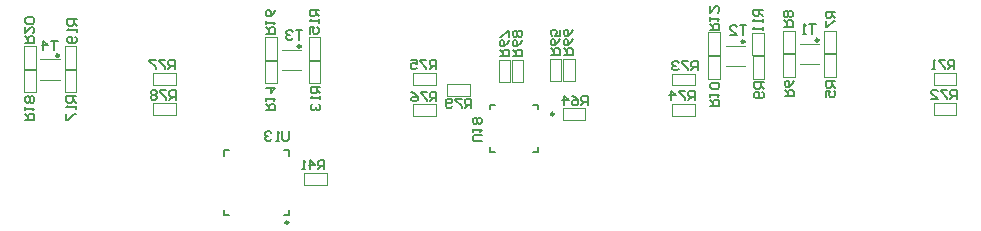
<source format=gbo>
G04*
G04 #@! TF.GenerationSoftware,Altium Limited,Altium Designer,21.0.8 (223)*
G04*
G04 Layer_Color=32896*
%FSAX25Y25*%
%MOIN*%
G70*
G04*
G04 #@! TF.SameCoordinates,3E0ABAED-EBEF-4259-B410-402A04598C71*
G04*
G04*
G04 #@! TF.FilePolarity,Positive*
G04*
G01*
G75*
%ADD10C,0.00787*%
%ADD11C,0.00984*%
%ADD13C,0.00394*%
%ADD15C,0.00598*%
%ADD20C,0.01000*%
D10*
X0739509Y3532495D02*
X0741083D01*
X0739509D02*
Y3534070D01*
Y3548243D02*
X0741083D01*
X0739509Y3546669D02*
Y3548243D01*
X0753682Y3532495D02*
X0755257D01*
Y3534070D01*
X0753682Y3548243D02*
X0755257D01*
Y3546669D02*
Y3548243D01*
X0650828Y3511531D02*
Y3513243D01*
Y3511531D02*
X0652540D01*
X0650828Y3531275D02*
Y3532987D01*
X0652540D01*
X0670572D02*
X0672284D01*
Y3531275D02*
Y3532987D01*
Y3511531D02*
Y3513243D01*
X0670572Y3511531D02*
X0672284D01*
D11*
X0760694Y3545094D02*
G03*
X0760694Y3545094I-0000492J0000000D01*
G01*
X0672186Y3508972D02*
G03*
X0672186Y3508972I-0000492J0000000D01*
G01*
D13*
X0627146Y3554779D02*
X0634626D01*
Y3558716D01*
X0627146D02*
X0634626D01*
X0627146Y3554779D02*
Y3558716D01*
Y3544818D02*
X0634626D01*
Y3548755D01*
X0627146D02*
X0634626D01*
X0627146Y3544818D02*
Y3548755D01*
X0677501Y3521472D02*
X0684981D01*
Y3525409D01*
X0677501D02*
X0684981D01*
X0677501Y3521472D02*
Y3525409D01*
X0887303Y3554858D02*
X0894784D01*
Y3558795D01*
X0887303D02*
X0894784D01*
X0887303Y3554858D02*
Y3558795D01*
Y3544779D02*
X0894784D01*
Y3548716D01*
X0887303D02*
X0894784D01*
X0887303Y3544779D02*
Y3548716D01*
X0800177Y3554700D02*
X0807658D01*
Y3558637D01*
X0800177D02*
X0807658D01*
X0800177Y3554700D02*
Y3558637D01*
Y3544582D02*
X0807658D01*
Y3548519D01*
X0800177D02*
X0807658D01*
X0800177Y3544582D02*
Y3548519D01*
X0725099Y3555054D02*
X0732579D01*
X0725099Y3551118D02*
Y3555054D01*
Y3551118D02*
X0732579D01*
Y3555054D01*
X0713839Y3554740D02*
X0721319D01*
Y3558677D01*
X0713839D02*
X0721319D01*
X0713839Y3554740D02*
Y3558677D01*
Y3544543D02*
X0721319D01*
Y3548480D01*
X0713839D02*
X0721319D01*
X0713839Y3544543D02*
Y3548480D01*
X0837123Y3572892D02*
X0841060D01*
Y3565411D02*
Y3572892D01*
X0837123Y3565411D02*
X0841060D01*
X0837123D02*
Y3572892D01*
X0837173Y3557576D02*
X0841110D01*
X0837173D02*
Y3565057D01*
X0841110D01*
Y3557576D02*
Y3565057D01*
X0842726Y3568480D02*
X0849154D01*
X0842737Y3561787D02*
X0849164D01*
X0850634Y3572887D02*
X0854571D01*
Y3565407D02*
Y3572887D01*
X0850634Y3565407D02*
X0854571D01*
X0850634D02*
Y3572887D01*
X0850673Y3557533D02*
X0854610D01*
X0850673D02*
Y3565013D01*
X0854610D01*
Y3557533D02*
Y3565013D01*
X0826870Y3572299D02*
X0830807D01*
Y3564819D02*
Y3572299D01*
X0826870Y3564819D02*
X0830807D01*
X0826870D02*
Y3572299D01*
X0818050Y3567931D02*
X0824478D01*
X0818061Y3561238D02*
X0824488D01*
X0812225Y3556984D02*
X0816162D01*
X0812225D02*
Y3564464D01*
X0816162D01*
Y3556984D02*
Y3564464D01*
X0812225Y3572338D02*
X0816162D01*
Y3564858D02*
Y3572338D01*
X0812225Y3564858D02*
X0816162D01*
X0812225D02*
Y3572338D01*
X0826910Y3556944D02*
X0830847D01*
X0826910D02*
Y3564425D01*
X0830847D01*
Y3556944D02*
Y3564425D01*
X0763721Y3543125D02*
X0771202D01*
Y3547062D01*
X0763721D02*
X0771202D01*
X0763721Y3543125D02*
Y3547062D01*
X0763702Y3556117D02*
Y3563598D01*
Y3556117D02*
X0767639D01*
Y3563598D01*
X0763702D02*
X0767639D01*
X0763215Y3556149D02*
Y3563629D01*
X0759278D02*
X0763215D01*
X0759278Y3556149D02*
Y3563629D01*
Y3556149D02*
X0763215D01*
X0746186Y3555724D02*
Y3563204D01*
X0742249D02*
X0746186D01*
X0742249Y3555724D02*
Y3563204D01*
Y3555724D02*
X0746186D01*
X0746595Y3555724D02*
Y3563204D01*
Y3555724D02*
X0750532D01*
Y3563204D01*
X0746595D02*
X0750532D01*
X0678918Y3570694D02*
X0682855D01*
Y3563214D02*
Y3570694D01*
X0678918Y3563214D02*
X0682855D01*
X0678918D02*
Y3570694D01*
X0670088Y3566354D02*
X0676516D01*
X0670099Y3559661D02*
X0676526D01*
X0664429Y3555399D02*
X0668366D01*
X0664429D02*
Y3562880D01*
X0668366D01*
Y3555399D02*
Y3562880D01*
X0664429Y3570754D02*
X0668366D01*
Y3563274D02*
Y3570754D01*
X0664429Y3563274D02*
X0668366D01*
X0664429D02*
Y3570754D01*
X0678918Y3555379D02*
X0682855D01*
X0678918D02*
Y3562859D01*
X0682855D01*
Y3555379D02*
Y3562859D01*
X0597619Y3567732D02*
X0601556D01*
Y3560252D02*
Y3567732D01*
X0597619Y3560252D02*
X0601556D01*
X0597619D02*
Y3567732D01*
X0589498Y3563322D02*
X0595926D01*
X0589508Y3556630D02*
X0595936D01*
X0584054Y3552415D02*
X0587991D01*
X0584054D02*
Y3559896D01*
X0587991D01*
Y3552415D02*
Y3559896D01*
X0584076Y3567693D02*
X0588013D01*
Y3560212D02*
Y3567693D01*
X0584076Y3560212D02*
X0588013D01*
X0584076D02*
Y3567693D01*
X0597619Y3552417D02*
X0601556D01*
X0597619D02*
Y3559897D01*
X0601556D01*
Y3552417D02*
Y3559897D01*
D15*
X0733076Y3547142D02*
Y3550290D01*
X0731502D01*
X0730977Y3549766D01*
Y3548716D01*
X0731502Y3548191D01*
X0733076D01*
X0732027D02*
X0730977Y3547142D01*
X0729928Y3550290D02*
X0727829D01*
Y3549766D01*
X0729928Y3547667D01*
Y3547142D01*
X0726779Y3547667D02*
X0726254Y3547142D01*
X0725205D01*
X0724680Y3547667D01*
Y3549766D01*
X0725205Y3550290D01*
X0726254D01*
X0726779Y3549766D01*
Y3549241D01*
X0726254Y3548716D01*
X0724680D01*
X0634651Y3549898D02*
Y3553046D01*
X0633077D01*
X0632552Y3552522D01*
Y3551472D01*
X0633077Y3550947D01*
X0634651D01*
X0633602D02*
X0632552Y3549898D01*
X0631502Y3553046D02*
X0629403D01*
Y3552522D01*
X0631502Y3550422D01*
Y3549898D01*
X0628354Y3552522D02*
X0627829Y3553046D01*
X0626780D01*
X0626255Y3552522D01*
Y3551997D01*
X0626780Y3551472D01*
X0626255Y3550947D01*
Y3550422D01*
X0626780Y3549898D01*
X0627829D01*
X0628354Y3550422D01*
Y3550947D01*
X0627829Y3551472D01*
X0628354Y3551997D01*
Y3552522D01*
X0627829Y3551472D02*
X0626780D01*
X0634257Y3560134D02*
Y3563282D01*
X0632683D01*
X0632158Y3562758D01*
Y3561708D01*
X0632683Y3561184D01*
X0634257D01*
X0633208D02*
X0632158Y3560134D01*
X0631109Y3563282D02*
X0629010D01*
Y3562758D01*
X0631109Y3560659D01*
Y3560134D01*
X0627960Y3563282D02*
X0625861D01*
Y3562758D01*
X0627960Y3560659D01*
Y3560134D01*
X0721535Y3549382D02*
Y3552531D01*
X0719961D01*
X0719436Y3552006D01*
Y3550957D01*
X0719961Y3550432D01*
X0721535D01*
X0720486D02*
X0719436Y3549382D01*
X0718387Y3552531D02*
X0716288D01*
Y3552006D01*
X0718387Y3549907D01*
Y3549382D01*
X0713139Y3552531D02*
X0714189Y3552006D01*
X0715238Y3550957D01*
Y3549907D01*
X0714713Y3549382D01*
X0713664D01*
X0713139Y3549907D01*
Y3550432D01*
X0713664Y3550957D01*
X0715238D01*
X0721381Y3560099D02*
Y3563248D01*
X0719807D01*
X0719282Y3562724D01*
Y3561674D01*
X0719807Y3561149D01*
X0721381D01*
X0720331D02*
X0719282Y3560099D01*
X0718232Y3563248D02*
X0716133D01*
Y3562724D01*
X0718232Y3560624D01*
Y3560099D01*
X0712985Y3563248D02*
X0715084D01*
Y3561674D01*
X0714034Y3562199D01*
X0713510D01*
X0712985Y3561674D01*
Y3560624D01*
X0713510Y3560099D01*
X0714559D01*
X0715084Y3560624D01*
X0807628Y3549826D02*
Y3552974D01*
X0806054D01*
X0805529Y3552449D01*
Y3551400D01*
X0806054Y3550875D01*
X0807628D01*
X0806579D02*
X0805529Y3549826D01*
X0804480Y3552974D02*
X0802381D01*
Y3552449D01*
X0804480Y3550351D01*
Y3549826D01*
X0799757D02*
Y3552974D01*
X0801331Y3551400D01*
X0799232D01*
X0808594Y3559664D02*
Y3562812D01*
X0807019D01*
X0806495Y3562288D01*
Y3561238D01*
X0807019Y3560713D01*
X0808594D01*
X0807544D02*
X0806495Y3559664D01*
X0805445Y3562812D02*
X0803346D01*
Y3562288D01*
X0805445Y3560189D01*
Y3559664D01*
X0802296Y3562288D02*
X0801772Y3562812D01*
X0800722D01*
X0800197Y3562288D01*
Y3561763D01*
X0800722Y3561238D01*
X0801247D01*
X0800722D01*
X0800197Y3560713D01*
Y3560189D01*
X0800722Y3559664D01*
X0801772D01*
X0802296Y3560189D01*
X0894928Y3550109D02*
Y3553257D01*
X0893353D01*
X0892829Y3552733D01*
Y3551683D01*
X0893353Y3551159D01*
X0894928D01*
X0893878D02*
X0892829Y3550109D01*
X0891779Y3553257D02*
X0889680D01*
Y3552733D01*
X0891779Y3550634D01*
Y3550109D01*
X0886532D02*
X0888630D01*
X0886532Y3552208D01*
Y3552733D01*
X0887056Y3553257D01*
X0888106D01*
X0888630Y3552733D01*
X0894182Y3560106D02*
Y3563254D01*
X0892607D01*
X0892083Y3562730D01*
Y3561680D01*
X0892607Y3561155D01*
X0894182D01*
X0893132D02*
X0892083Y3560106D01*
X0891033Y3563254D02*
X0888934D01*
Y3562730D01*
X0891033Y3560630D01*
Y3560106D01*
X0887884D02*
X0886835D01*
X0887360D01*
Y3563254D01*
X0887884Y3562730D01*
X0736752Y3536040D02*
X0734128D01*
X0733604Y3536565D01*
Y3537614D01*
X0734128Y3538139D01*
X0736752D01*
X0733604Y3539188D02*
Y3540238D01*
Y3539713D01*
X0736752D01*
X0736228Y3539188D01*
Y3541812D02*
X0736752Y3542337D01*
Y3543386D01*
X0736228Y3543911D01*
X0735703D01*
X0735178Y3543386D01*
X0734653Y3543911D01*
X0734128D01*
X0733604Y3543386D01*
Y3542337D01*
X0734128Y3541812D01*
X0734653D01*
X0735178Y3542337D01*
X0735703Y3541812D01*
X0736228D01*
X0735178Y3542337D02*
Y3543386D01*
X0746989Y3564518D02*
X0750138D01*
Y3566092D01*
X0749613Y3566617D01*
X0748564D01*
X0748039Y3566092D01*
Y3564518D01*
Y3565567D02*
X0746989Y3566617D01*
X0750138Y3569765D02*
X0749613Y3568716D01*
X0748564Y3567666D01*
X0747514D01*
X0746989Y3568191D01*
Y3569241D01*
X0747514Y3569765D01*
X0748039D01*
X0748564Y3569241D01*
Y3567666D01*
X0749613Y3570815D02*
X0750138Y3571339D01*
Y3572389D01*
X0749613Y3572914D01*
X0749089D01*
X0748564Y3572389D01*
X0748039Y3572914D01*
X0747514D01*
X0746989Y3572389D01*
Y3571339D01*
X0747514Y3570815D01*
X0748039D01*
X0748564Y3571339D01*
X0749089Y3570815D01*
X0749613D01*
X0748564Y3571339D02*
Y3572389D01*
X0742659Y3564518D02*
X0745807D01*
Y3566092D01*
X0745283Y3566617D01*
X0744233D01*
X0743708Y3566092D01*
Y3564518D01*
Y3565567D02*
X0742659Y3566617D01*
X0745807Y3569765D02*
X0745283Y3568716D01*
X0744233Y3567666D01*
X0743184D01*
X0742659Y3568191D01*
Y3569241D01*
X0743184Y3569765D01*
X0743708D01*
X0744233Y3569241D01*
Y3567666D01*
X0745807Y3570815D02*
Y3572914D01*
X0745283D01*
X0743184Y3570815D01*
X0742659D01*
X0763919Y3564911D02*
X0767067D01*
Y3566486D01*
X0766542Y3567010D01*
X0765493D01*
X0764968Y3566486D01*
Y3564911D01*
Y3565961D02*
X0763919Y3567010D01*
X0767067Y3570159D02*
X0766542Y3569109D01*
X0765493Y3568060D01*
X0764443D01*
X0763919Y3568585D01*
Y3569634D01*
X0764443Y3570159D01*
X0764968D01*
X0765493Y3569634D01*
Y3568060D01*
X0767067Y3573307D02*
X0766542Y3572258D01*
X0765493Y3571209D01*
X0764443D01*
X0763919Y3571733D01*
Y3572783D01*
X0764443Y3573307D01*
X0764968D01*
X0765493Y3572783D01*
Y3571209D01*
X0759588Y3564911D02*
X0762737D01*
Y3566486D01*
X0762212Y3567010D01*
X0761162D01*
X0760637Y3566486D01*
Y3564911D01*
Y3565961D02*
X0759588Y3567010D01*
X0762737Y3570159D02*
X0762212Y3569109D01*
X0761162Y3568060D01*
X0760113D01*
X0759588Y3568585D01*
Y3569634D01*
X0760113Y3570159D01*
X0760637D01*
X0761162Y3569634D01*
Y3568060D01*
X0762737Y3573307D02*
Y3571209D01*
X0761162D01*
X0761687Y3572258D01*
Y3572783D01*
X0761162Y3573307D01*
X0760113D01*
X0759588Y3572783D01*
Y3571733D01*
X0760113Y3571209D01*
X0771952Y3548102D02*
Y3551251D01*
X0770377D01*
X0769853Y3550726D01*
Y3549677D01*
X0770377Y3549152D01*
X0771952D01*
X0770902D02*
X0769853Y3548102D01*
X0766704Y3551251D02*
X0767754Y3550726D01*
X0768803Y3549677D01*
Y3548627D01*
X0768278Y3548102D01*
X0767229D01*
X0766704Y3548627D01*
Y3549152D01*
X0767229Y3549677D01*
X0768803D01*
X0764080Y3548102D02*
Y3551251D01*
X0765655Y3549677D01*
X0763555D01*
X0684155Y3526688D02*
Y3529837D01*
X0682580D01*
X0682056Y3529312D01*
Y3528262D01*
X0682580Y3527737D01*
X0684155D01*
X0683105D02*
X0682056Y3526688D01*
X0679432D02*
Y3529837D01*
X0681006Y3528262D01*
X0678907D01*
X0677857Y3526688D02*
X0676808D01*
X0677333D01*
Y3529837D01*
X0677857Y3529312D01*
X0672300Y3539349D02*
Y3536725D01*
X0671775Y3536200D01*
X0670726D01*
X0670201Y3536725D01*
Y3539349D01*
X0669151Y3536200D02*
X0668102D01*
X0668627D01*
Y3539349D01*
X0669151Y3538824D01*
X0666528D02*
X0666003Y3539349D01*
X0664953D01*
X0664429Y3538824D01*
Y3538299D01*
X0664953Y3537774D01*
X0665478D01*
X0664953D01*
X0664429Y3537249D01*
Y3536725D01*
X0664953Y3536200D01*
X0666003D01*
X0666528Y3536725D01*
X0595282Y3569582D02*
X0593183D01*
X0594232D01*
Y3566433D01*
X0590559D02*
Y3569582D01*
X0592133Y3568007D01*
X0590034D01*
X0676778Y3573125D02*
X0674679D01*
X0675728D01*
Y3569976D01*
X0673629Y3572600D02*
X0673104Y3573125D01*
X0672055D01*
X0671530Y3572600D01*
Y3572075D01*
X0672055Y3571551D01*
X0672579D01*
X0672055D01*
X0671530Y3571026D01*
Y3570501D01*
X0672055Y3569976D01*
X0673104D01*
X0673629Y3570501D01*
X0824809Y3574700D02*
X0822710D01*
X0823760D01*
Y3571551D01*
X0819561D02*
X0821661D01*
X0819561Y3573650D01*
Y3574175D01*
X0820086Y3574700D01*
X0821136D01*
X0821661Y3574175D01*
X0847906Y3575093D02*
X0845807D01*
X0846857D01*
Y3571945D01*
X0844758D02*
X0843708D01*
X0844233D01*
Y3575093D01*
X0844758Y3574569D01*
X0584390Y3568927D02*
X0587539D01*
Y3570502D01*
X0587014Y3571026D01*
X0585965D01*
X0585440Y3570502D01*
Y3568927D01*
Y3569977D02*
X0584390Y3571026D01*
Y3574175D02*
Y3572076D01*
X0586490Y3574175D01*
X0587014D01*
X0587539Y3573650D01*
Y3572601D01*
X0587014Y3572076D01*
Y3575225D02*
X0587539Y3575749D01*
Y3576799D01*
X0587014Y3577324D01*
X0584915D01*
X0584390Y3576799D01*
Y3575749D01*
X0584915Y3575225D01*
X0587014D01*
X0601712Y3576667D02*
X0598564D01*
Y3575093D01*
X0599088Y3574569D01*
X0600138D01*
X0600663Y3575093D01*
Y3576667D01*
Y3575618D02*
X0601712Y3574569D01*
Y3573519D02*
Y3572469D01*
Y3572994D01*
X0598564D01*
X0599088Y3573519D01*
X0601188Y3570895D02*
X0601712Y3570370D01*
Y3569321D01*
X0601188Y3568796D01*
X0599088D01*
X0598564Y3569321D01*
Y3570370D01*
X0599088Y3570895D01*
X0599613D01*
X0600138Y3570370D01*
Y3568796D01*
X0584390Y3543206D02*
X0587539D01*
Y3544780D01*
X0587014Y3545304D01*
X0585965D01*
X0585440Y3544780D01*
Y3543206D01*
Y3544255D02*
X0584390Y3545304D01*
Y3546354D02*
Y3547404D01*
Y3546879D01*
X0587539D01*
X0587014Y3546354D01*
Y3548978D02*
X0587539Y3549503D01*
Y3550552D01*
X0587014Y3551077D01*
X0586490D01*
X0585965Y3550552D01*
X0585440Y3551077D01*
X0584915D01*
X0584390Y3550552D01*
Y3549503D01*
X0584915Y3548978D01*
X0585440D01*
X0585965Y3549503D01*
X0586490Y3548978D01*
X0587014D01*
X0585965Y3549503D02*
Y3550552D01*
X0601319Y3551077D02*
X0598170D01*
Y3549503D01*
X0598695Y3548978D01*
X0599744D01*
X0600269Y3549503D01*
Y3551077D01*
Y3550027D02*
X0601319Y3548978D01*
Y3547928D02*
Y3546879D01*
Y3547404D01*
X0598170D01*
X0598695Y3547928D01*
X0598170Y3545304D02*
Y3543206D01*
X0598695D01*
X0600794Y3545304D01*
X0601319D01*
X0664706Y3571946D02*
X0667854D01*
Y3573520D01*
X0667329Y3574045D01*
X0666280D01*
X0665755Y3573520D01*
Y3571946D01*
Y3572995D02*
X0664706Y3574045D01*
Y3575094D02*
Y3576144D01*
Y3575619D01*
X0667854D01*
X0667329Y3575094D01*
X0667854Y3579817D02*
X0667329Y3578768D01*
X0666280Y3577718D01*
X0665230D01*
X0664706Y3578243D01*
Y3579292D01*
X0665230Y3579817D01*
X0665755D01*
X0666280Y3579292D01*
Y3577718D01*
X0682421Y3579817D02*
X0679272D01*
Y3578243D01*
X0679797Y3577718D01*
X0680847D01*
X0681371Y3578243D01*
Y3579817D01*
Y3578768D02*
X0682421Y3577718D01*
Y3576669D02*
Y3575619D01*
Y3576144D01*
X0679272D01*
X0679797Y3576669D01*
X0679272Y3571946D02*
Y3574045D01*
X0680847D01*
X0680322Y3572995D01*
Y3572470D01*
X0680847Y3571946D01*
X0681896D01*
X0682421Y3572470D01*
Y3573520D01*
X0681896Y3574045D01*
X0664706Y3546355D02*
X0667854D01*
Y3547929D01*
X0667329Y3548454D01*
X0666280D01*
X0665755Y3547929D01*
Y3546355D01*
Y3547404D02*
X0664706Y3548454D01*
Y3549504D02*
Y3550553D01*
Y3550028D01*
X0667854D01*
X0667329Y3549504D01*
X0664706Y3553702D02*
X0667854D01*
X0666280Y3552127D01*
Y3554227D01*
X0682815Y3554227D02*
X0679666D01*
Y3552652D01*
X0680191Y3552127D01*
X0681240D01*
X0681765Y3552652D01*
Y3554227D01*
Y3553177D02*
X0682815Y3552127D01*
Y3551078D02*
Y3550028D01*
Y3550553D01*
X0679666D01*
X0680191Y3551078D01*
Y3548454D02*
X0679666Y3547929D01*
Y3546880D01*
X0680191Y3546355D01*
X0680716D01*
X0681240Y3546880D01*
Y3547404D01*
Y3546880D01*
X0681765Y3546355D01*
X0682290D01*
X0682815Y3546880D01*
Y3547929D01*
X0682290Y3548454D01*
X0812737Y3573127D02*
X0815886D01*
Y3574701D01*
X0815361Y3575226D01*
X0814311D01*
X0813787Y3574701D01*
Y3573127D01*
Y3574176D02*
X0812737Y3575226D01*
Y3576275D02*
Y3577325D01*
Y3576800D01*
X0815886D01*
X0815361Y3576275D01*
X0812737Y3580998D02*
Y3578899D01*
X0814836Y3580998D01*
X0815361D01*
X0815886Y3580473D01*
Y3579424D01*
X0815361Y3578899D01*
X0830275Y3579934D02*
X0827127D01*
Y3578360D01*
X0827651Y3577835D01*
X0828701D01*
X0829226Y3578360D01*
Y3579934D01*
Y3578885D02*
X0830275Y3577835D01*
Y3576786D02*
Y3575736D01*
Y3576261D01*
X0827127D01*
X0827651Y3576786D01*
X0830275Y3574162D02*
Y3573112D01*
Y3573637D01*
X0827127D01*
X0827651Y3574162D01*
X0812722Y3547776D02*
X0815870D01*
Y3549350D01*
X0815345Y3549875D01*
X0814296D01*
X0813771Y3549350D01*
Y3547776D01*
Y3548825D02*
X0812722Y3549875D01*
Y3550924D02*
Y3551974D01*
Y3551449D01*
X0815870D01*
X0815345Y3550924D01*
Y3553548D02*
X0815870Y3554073D01*
Y3555122D01*
X0815345Y3555647D01*
X0813246D01*
X0812722Y3555122D01*
Y3554073D01*
X0813246Y3553548D01*
X0815345D01*
X0830677Y3555663D02*
X0827528D01*
Y3554089D01*
X0828053Y3553564D01*
X0829103D01*
X0829628Y3554089D01*
Y3555663D01*
Y3554613D02*
X0830677Y3553564D01*
X0830152Y3552514D02*
X0830677Y3551989D01*
Y3550940D01*
X0830152Y3550415D01*
X0828053D01*
X0827528Y3550940D01*
Y3551989D01*
X0828053Y3552514D01*
X0828578D01*
X0829103Y3551989D01*
Y3550415D01*
X0837243Y3574285D02*
X0840391D01*
Y3575859D01*
X0839866Y3576384D01*
X0838817D01*
X0838292Y3575859D01*
Y3574285D01*
Y3575334D02*
X0837243Y3576384D01*
X0839866Y3577433D02*
X0840391Y3577958D01*
Y3579007D01*
X0839866Y3579532D01*
X0839342D01*
X0838817Y3579007D01*
X0838292Y3579532D01*
X0837767D01*
X0837243Y3579007D01*
Y3577958D01*
X0837767Y3577433D01*
X0838292D01*
X0838817Y3577958D01*
X0839342Y3577433D01*
X0839866D01*
X0838817Y3577958D02*
Y3579007D01*
X0854468Y3579293D02*
X0851320D01*
Y3577718D01*
X0851844Y3577193D01*
X0852894D01*
X0853419Y3577718D01*
Y3579293D01*
Y3578243D02*
X0854468Y3577193D01*
X0851320Y3576144D02*
Y3574045D01*
X0851844D01*
X0853944Y3576144D01*
X0854468D01*
X0837585Y3551013D02*
X0840734D01*
Y3552587D01*
X0840209Y3553112D01*
X0839160D01*
X0838635Y3552587D01*
Y3551013D01*
Y3552063D02*
X0837585Y3553112D01*
X0840734Y3556261D02*
X0840209Y3555211D01*
X0839160Y3554161D01*
X0838110D01*
X0837585Y3554686D01*
Y3555736D01*
X0838110Y3556261D01*
X0838635D01*
X0839160Y3555736D01*
Y3554161D01*
X0854468Y3556064D02*
X0851320D01*
Y3554490D01*
X0851844Y3553965D01*
X0852894D01*
X0853419Y3554490D01*
Y3556064D01*
Y3555015D02*
X0854468Y3553965D01*
X0851320Y3550817D02*
Y3552916D01*
X0852894D01*
X0852369Y3551866D01*
Y3551341D01*
X0852894Y3550817D01*
X0853944D01*
X0854468Y3551341D01*
Y3552391D01*
X0853944Y3552916D01*
D20*
X0848918Y3569779D02*
G03*
X0848918Y3569779I-0000473J0000000D01*
G01*
X0824242Y3569230D02*
G03*
X0824242Y3569230I-0000473J0000000D01*
G01*
X0676280Y3567653D02*
G03*
X0676280Y3567653I-0000473J0000000D01*
G01*
X0595690Y3564621D02*
G03*
X0595690Y3564621I-0000473J0000000D01*
G01*
M02*

</source>
